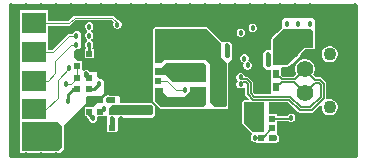
<source format=gbl>
G04*
G04 #@! TF.GenerationSoftware,Altium Limited,Altium Designer,23.8.1 (32)*
G04*
G04 Layer_Physical_Order=4*
G04 Layer_Color=16711680*
%FSLAX44Y44*%
%MOMM*%
G71*
G04*
G04 #@! TF.SameCoordinates,C9A30DB4-BB40-4B38-85DC-7C9B31114FAE*
G04*
G04*
G04 #@! TF.FilePolarity,Positive*
G04*
G01*
G75*
%ADD12C,0.1524*%
%ADD14C,0.1270*%
%ADD15C,0.2540*%
%ADD16R,2.0000X1.8000*%
%ADD17R,0.5000X0.5000*%
%ADD33C,1.4200*%
%ADD34R,1.4200X1.4200*%
%ADD35C,1.1000*%
%ADD36O,3.0000X1.5000*%
%ADD37C,0.4572*%
%ADD38C,0.1016*%
%ADD39C,0.3810*%
%ADD41C,0.4570*%
%ADD42R,1.1325X1.3770*%
%ADD43R,0.6000X0.8000*%
%ADD44R,0.5000X0.6000*%
%ADD45R,0.5000X0.5000*%
%ADD46C,0.4064*%
%ADD47C,0.5080*%
G36*
X295518Y4919D02*
X4948D01*
Y131378D01*
X295518D01*
Y4919D01*
D02*
G37*
%LPC*%
G36*
X36030Y127681D02*
X11966D01*
Y34920D01*
X11960D01*
Y8062D01*
X12780Y7242D01*
X14884D01*
X15058Y7170D01*
X44654D01*
X44654Y7170D01*
X44827Y7242D01*
X45838D01*
X49317Y10721D01*
Y11830D01*
X49319Y11836D01*
X49319Y11836D01*
Y29157D01*
X49319Y29157D01*
X49317Y29162D01*
Y30882D01*
X50007Y31557D01*
Y31557D01*
X50297Y31840D01*
X50297D01*
X68183Y49338D01*
Y54313D01*
X69029Y55159D01*
X81271D01*
X83484Y57372D01*
X83484Y67626D01*
X81157Y69953D01*
X79159D01*
X77223Y71889D01*
Y75145D01*
X74455D01*
X74453Y75143D01*
X71564D01*
X71298Y75785D01*
X70298Y76785D01*
X68992Y77327D01*
X67577D01*
X66271Y76785D01*
X66165Y76679D01*
X65683Y76666D01*
X64453Y77858D01*
Y85227D01*
X61297D01*
X58183Y88341D01*
Y93540D01*
X59664Y95021D01*
X60739D01*
X60800Y95047D01*
X62068Y95047D01*
X64095Y97073D01*
X64095Y108285D01*
X62506Y109874D01*
X58972D01*
X58723Y109625D01*
X58019Y109333D01*
X57019Y108333D01*
X56935Y108132D01*
X54116D01*
X53423Y107994D01*
X52835Y107601D01*
X39445Y94212D01*
X36030D01*
Y114836D01*
X53588D01*
X54282Y114974D01*
X54870Y115367D01*
X59254Y119751D01*
X89517D01*
X91651Y117616D01*
X91167Y116447D01*
Y115033D01*
X91708Y113726D01*
X92709Y112726D01*
X94015Y112185D01*
X95429D01*
X96736Y112726D01*
X97736Y113726D01*
X98277Y115033D01*
Y116447D01*
X97736Y117754D01*
X96736Y118754D01*
X95429Y119295D01*
X95100D01*
X91550Y122846D01*
X90962Y123239D01*
X90268Y123377D01*
X58503D01*
X57810Y123239D01*
X57221Y122846D01*
X52838Y118462D01*
X36030D01*
Y127681D01*
D02*
G37*
G36*
X210000Y116396D02*
X208585D01*
X207279Y115855D01*
X206279Y114855D01*
X205737Y113548D01*
Y112134D01*
X206279Y110827D01*
X207279Y109827D01*
X208585Y109286D01*
X210000D01*
X211306Y109827D01*
X212306Y110827D01*
X212847Y112134D01*
Y113548D01*
X212306Y114855D01*
X211306Y115855D01*
X210000Y116396D01*
D02*
G37*
G36*
X199839Y112332D02*
X198425D01*
X197119Y111791D01*
X196119Y110791D01*
X195577Y109484D01*
Y108070D01*
X196119Y106763D01*
X197119Y105763D01*
X198425Y105222D01*
X199839D01*
X201146Y105763D01*
X202146Y106763D01*
X202687Y108070D01*
Y109484D01*
X202146Y110791D01*
X201146Y111791D01*
X199839Y112332D01*
D02*
G37*
G36*
X71531Y117592D02*
X70116D01*
X68810Y117051D01*
X67810Y116051D01*
X67268Y114744D01*
Y113330D01*
X67810Y112023D01*
X68810Y111023D01*
X69190Y110865D01*
Y109491D01*
X68810Y109333D01*
X67810Y108333D01*
X67268Y107026D01*
Y105612D01*
X67810Y104305D01*
X68810Y103305D01*
X69221Y103135D01*
Y101760D01*
X68810Y101590D01*
X67810Y100590D01*
X67268Y99284D01*
Y97869D01*
X67810Y96563D01*
X68065Y96307D01*
Y94810D01*
X66913D01*
Y87270D01*
X74453D01*
Y94810D01*
X73511D01*
X73355Y96080D01*
X73837Y96563D01*
X74378Y97869D01*
Y99284D01*
X73837Y100590D01*
X72837Y101590D01*
X72426Y101760D01*
Y103135D01*
X72837Y103305D01*
X73837Y104305D01*
X74378Y105612D01*
Y107026D01*
X73837Y108333D01*
X72837Y109333D01*
X72456Y109491D01*
Y110865D01*
X72837Y111023D01*
X73837Y112023D01*
X74378Y113330D01*
Y114744D01*
X73837Y116051D01*
X72837Y117051D01*
X71531Y117592D01*
D02*
G37*
G36*
X275197Y97419D02*
X273415D01*
X271693Y96958D01*
X270149Y96066D01*
X268889Y94806D01*
X267997Y93262D01*
X267536Y91540D01*
Y89758D01*
X267997Y88036D01*
X268889Y86492D01*
X270149Y85232D01*
X271693Y84340D01*
X273415Y83879D01*
X275197D01*
X276919Y84340D01*
X278463Y85232D01*
X279723Y86492D01*
X280615Y88036D01*
X281076Y89758D01*
Y91540D01*
X280615Y93262D01*
X279723Y94806D01*
X278463Y96066D01*
X276919Y96958D01*
X275197Y97419D01*
D02*
G37*
G36*
X202902Y90447D02*
X201488D01*
X200181Y89906D01*
X199181Y88906D01*
X198640Y87599D01*
Y86185D01*
X199181Y84879D01*
X200181Y83878D01*
X201488Y83337D01*
X201369Y82116D01*
X201278Y81895D01*
Y80481D01*
X201819Y79174D01*
X202819Y78174D01*
X204126Y77633D01*
X205540D01*
X206847Y78174D01*
X207847Y79174D01*
X208388Y80481D01*
Y81895D01*
X207847Y83202D01*
X206847Y84202D01*
X205540Y84743D01*
X205658Y85964D01*
X205750Y86185D01*
Y87599D01*
X205209Y88906D01*
X204209Y89906D01*
X202902Y90447D01*
D02*
G37*
G36*
X259708Y121640D02*
X235643D01*
X233867Y119864D01*
Y112758D01*
X229520Y108411D01*
X229493Y108345D01*
X228493Y107345D01*
X228426Y107317D01*
X225368Y104258D01*
X225367Y104258D01*
X224965Y103286D01*
X224965Y103286D01*
Y95342D01*
X224268Y94361D01*
X220243D01*
X217546Y91664D01*
Y80303D01*
X220204Y77645D01*
X224307Y77645D01*
X225069Y76691D01*
Y68693D01*
X225069D01*
Y67865D01*
X225069D01*
Y57325D01*
X224103Y56592D01*
X211395D01*
X209377Y58610D01*
Y66260D01*
X209377Y66260D01*
X209229Y67003D01*
X208808Y67633D01*
X205661Y70780D01*
X205030Y71201D01*
X204287Y71349D01*
X202515D01*
Y71764D01*
X201973Y73071D01*
X200973Y74071D01*
X199667Y74612D01*
X198252D01*
X196946Y74071D01*
X195946Y73071D01*
X195405Y71764D01*
Y70350D01*
X195946Y69043D01*
X196852Y68137D01*
X195946Y67231D01*
X195405Y65924D01*
Y64510D01*
X195946Y63203D01*
X196946Y62203D01*
X198252Y61662D01*
X199667D01*
X200973Y62203D01*
X201682Y62912D01*
X202952Y62500D01*
Y56753D01*
X203100Y56010D01*
X203521Y55380D01*
X206273Y52628D01*
X205787Y51455D01*
X201963D01*
X200991Y51052D01*
X200588Y50080D01*
Y32108D01*
X200991Y31136D01*
X200991Y31136D01*
X207962Y24164D01*
X208471Y23953D01*
X208625Y23602D01*
X208758Y22642D01*
X208746Y22569D01*
X207977Y21800D01*
X207436Y20494D01*
Y19079D01*
X207977Y17773D01*
X208977Y16773D01*
X210284Y16231D01*
X211698D01*
X212069Y15983D01*
Y15284D01*
X219609D01*
X219724Y15690D01*
X221854D01*
X222069Y15601D01*
Y15284D01*
X229609D01*
Y16232D01*
X230353Y16540D01*
X231353Y17540D01*
X231894Y18847D01*
Y20261D01*
X231353Y21568D01*
X230353Y22568D01*
X229609Y22876D01*
Y34024D01*
X239550D01*
X239774Y33800D01*
X241080Y33259D01*
X242495D01*
X243801Y33800D01*
X244801Y34800D01*
X245343Y36107D01*
Y37521D01*
X244801Y38828D01*
X243801Y39828D01*
X242495Y40369D01*
X241080D01*
X239774Y39828D01*
X238774Y38828D01*
X238500Y38167D01*
X229609D01*
Y40366D01*
X223339D01*
Y48444D01*
X222789Y48994D01*
X223275Y50167D01*
X239154D01*
X247586Y41735D01*
X248216Y41314D01*
X248960Y41167D01*
X259199D01*
X259942Y41314D01*
X260572Y41735D01*
X266530Y47693D01*
X267669Y47036D01*
X267536Y46540D01*
Y44757D01*
X267997Y43036D01*
X268889Y41492D01*
X270149Y40231D01*
X271693Y39340D01*
X273415Y38879D01*
X275197D01*
X276919Y39340D01*
X278463Y40231D01*
X279723Y41492D01*
X280615Y43036D01*
X281076Y44757D01*
Y46540D01*
X280615Y48262D01*
X279723Y49806D01*
X278463Y51066D01*
X276919Y51958D01*
X275197Y52419D01*
X273415D01*
X272430Y52155D01*
X272295Y52225D01*
X271443Y53205D01*
X271494Y53461D01*
X271494Y53461D01*
Y65724D01*
X271346Y66468D01*
X270925Y67098D01*
X267515Y70508D01*
X266885Y70929D01*
X266141Y71077D01*
X263125D01*
X260439Y73763D01*
X261106Y74918D01*
X261676Y77047D01*
Y79251D01*
X261106Y81379D01*
X260004Y83288D01*
X258445Y84846D01*
X256537Y85948D01*
X254408Y86519D01*
X252204D01*
X250075Y85948D01*
X248167Y84846D01*
X246608Y83288D01*
X245506Y81379D01*
X244936Y79251D01*
Y77047D01*
X245506Y74918D01*
X246173Y73763D01*
X243902Y71491D01*
X234558D01*
X233609Y72440D01*
Y78687D01*
X233609Y79233D01*
X234580Y79957D01*
X238589D01*
X239561Y80360D01*
X239561Y80360D01*
X240936Y81735D01*
X240977Y81743D01*
X242237Y82585D01*
X248953Y89301D01*
X249795Y90561D01*
X249803Y90602D01*
X253876Y94674D01*
X260406D01*
X260659Y94779D01*
X261676D01*
Y95796D01*
X261781Y96049D01*
X261781Y110292D01*
X261781Y110296D01*
X261677Y111508D01*
X261779Y112710D01*
X261781Y112724D01*
X261781D01*
Y119568D01*
X259708Y121640D01*
D02*
G37*
G36*
X170207Y113454D02*
X170207Y113454D01*
X126280D01*
X125308Y113051D01*
X124905Y112079D01*
X124905Y85770D01*
X124905Y82817D01*
X124921Y82780D01*
X125010Y81547D01*
X125010Y80457D01*
X124921Y79224D01*
X124905Y79187D01*
Y72983D01*
X125113Y72481D01*
X125010Y72327D01*
X125010D01*
Y63787D01*
X125010Y63787D01*
X125010Y63197D01*
X124921Y61964D01*
X124905Y61927D01*
Y51168D01*
X125308Y50196D01*
X125308Y50196D01*
X130679Y44825D01*
X131651Y44422D01*
X131651Y44422D01*
X166832D01*
X166832Y44422D01*
X166832Y44422D01*
X187074D01*
X187074Y44422D01*
X187280Y44422D01*
X187280Y44422D01*
X188352Y45494D01*
X188352D01*
X188405Y46724D01*
X188457Y46849D01*
X188457Y46849D01*
X188457Y83357D01*
X188397Y83502D01*
X191527Y86632D01*
Y98878D01*
X189097Y101308D01*
X182922Y101308D01*
X171179Y113051D01*
Y113051D01*
X170207Y113454D01*
D02*
G37*
G36*
X87315Y55749D02*
X85900D01*
X85561Y55608D01*
X84994D01*
X82802Y53416D01*
Y49338D01*
X77802D01*
X74072Y45608D01*
X66913D01*
Y38068D01*
X68658D01*
X68852Y37778D01*
X70499Y36131D01*
Y35531D01*
X71040Y34225D01*
X72040Y33225D01*
X73347Y32683D01*
X74761D01*
X76068Y33225D01*
X77068Y34225D01*
X77609Y35531D01*
Y36946D01*
X77582Y37012D01*
X78287Y38068D01*
X84072D01*
X84072Y38068D01*
X84072Y38068D01*
X86152D01*
Y24743D01*
X93692D01*
X95109Y26160D01*
Y36482D01*
X123776D01*
X126367Y39073D01*
Y46850D01*
X123917Y49301D01*
X121777D01*
X121739Y49338D01*
X97041D01*
Y54338D01*
X95771Y55608D01*
X87654D01*
X87315Y55749D01*
D02*
G37*
%LPD*%
G36*
X44104Y32997D02*
X47944Y29157D01*
Y11836D01*
X44654Y8545D01*
X15058D01*
X14154Y9430D01*
Y32974D01*
X36030D01*
Y32997D01*
X44104Y32997D01*
D02*
G37*
G36*
X260406Y110297D02*
X260406Y96049D01*
X253306D01*
X238589Y81332D01*
X226339D01*
Y103286D01*
X229398Y106345D01*
X229464Y106372D01*
X230465Y107373D01*
X230492Y107438D01*
X235273Y112219D01*
X258484D01*
X260406Y110297D01*
D02*
G37*
G36*
X218472Y25136D02*
X208934D01*
X201963Y32108D01*
Y50080D01*
X218472D01*
X218472Y25136D01*
D02*
G37*
G36*
X169666Y81649D02*
X169665Y68296D01*
X168421Y67052D01*
X141860D01*
X135929Y72983D01*
X126280Y72983D01*
Y79187D01*
X131280D01*
X135439Y83346D01*
X167968D01*
X169666Y81649D01*
D02*
G37*
G36*
X169415Y48380D02*
X166832Y45797D01*
X131651D01*
X126280Y51168D01*
Y61927D01*
X133693D01*
Y57708D01*
X137117Y54284D01*
X151445D01*
X156431Y59270D01*
Y62837D01*
X169415D01*
Y48380D01*
D02*
G37*
G36*
X182704Y99582D02*
Y87722D01*
X182756Y87670D01*
Y87658D01*
X187057Y83357D01*
X187082D01*
X187082Y46849D01*
X186050Y45817D01*
X176713D01*
X172684Y49846D01*
X172684Y82010D01*
X172685Y82010D01*
X172685Y82563D01*
X172178Y83070D01*
X169478Y85770D01*
X134233Y85770D01*
X131280Y82817D01*
X126280D01*
X126280Y85770D01*
X126280Y112079D01*
X170207D01*
X182704Y99582D01*
D02*
G37*
G36*
X124830Y46247D02*
Y40434D01*
X123734Y39338D01*
X87422D01*
Y44581D01*
X90320Y47479D01*
X123598D01*
X124830Y46247D01*
D02*
G37*
D12*
X241069Y36095D02*
X241787Y36814D01*
X225839Y36095D02*
X241069D01*
D14*
X209538Y52110D02*
X239959D01*
X204894Y56753D02*
X209538Y52110D01*
X210590Y54650D02*
X241011D01*
X204894Y56753D02*
Y65208D01*
X207434Y57806D02*
Y66260D01*
X204287Y69407D02*
X207434Y66260D01*
X203235Y66867D02*
X204894Y65208D01*
X201353Y69407D02*
X204287D01*
X201353Y66867D02*
X203235D01*
X207434Y57806D02*
X210590Y54650D01*
X253306Y58149D02*
X261752Y66595D01*
X244446Y67009D02*
X253306Y58149D01*
X265089Y66595D02*
X267012Y64672D01*
X261752Y66595D02*
X265089D01*
X233754Y67009D02*
X244446D01*
X229339Y62595D02*
X233754Y67009D01*
X267012Y54513D02*
Y64672D01*
X258147Y45649D02*
X267012Y54513D01*
X250012Y45649D02*
X258147D01*
X241011Y54650D02*
X250012Y45649D01*
X198960Y71057D02*
X199704D01*
X201353Y69407D01*
X253306Y78149D02*
X262320Y69135D01*
X266141D02*
X269552Y65724D01*
X262320Y69135D02*
X266141D01*
X244706Y69549D02*
X253306Y78149D01*
X233754Y69549D02*
X244706D01*
X229339Y73963D02*
X233754Y69549D01*
X269552Y53461D02*
X269552Y53461D01*
X269552Y53461D02*
Y65724D01*
X259199Y43109D02*
X269552Y53461D01*
X248960Y43109D02*
X259199D01*
X239959Y52110D02*
X248960Y43109D01*
X199704Y65217D02*
X201353Y66867D01*
X198960Y65217D02*
X199704D01*
X215839Y19554D02*
X217569D01*
X225839Y27825D01*
X210991Y19786D02*
X211223Y19554D01*
X215839D01*
D15*
X225839D02*
X228339D01*
X118780Y41838D02*
X121407Y44465D01*
X89566Y52194D02*
X89922Y51838D01*
X86608Y52194D02*
X89566D01*
X72472Y37821D02*
X72472D01*
X70683Y39610D02*
Y41838D01*
Y39610D02*
X72472Y37821D01*
X72472D02*
X74054Y36239D01*
X218427Y73963D02*
X218855Y73535D01*
X70655Y91292D02*
Y98111D01*
X89922Y41838D02*
X92549Y44465D01*
X80302Y41838D02*
X82091Y43627D01*
Y43627D01*
X82675D01*
X74628Y60790D02*
X79419Y65581D01*
X70683Y60790D02*
X74628D01*
X52872Y50671D02*
Y56434D01*
X57228Y60790D01*
X60683D01*
D16*
X23998Y116649D02*
D03*
Y92399D02*
D03*
Y68149D02*
D03*
Y43899D02*
D03*
Y19649D02*
D03*
D17*
X89922Y51838D02*
D03*
Y41838D02*
D03*
X118780Y51838D02*
D03*
Y41838D02*
D03*
X109160D02*
D03*
Y51838D02*
D03*
X99541Y41838D02*
D03*
Y51838D02*
D03*
X80302Y41838D02*
D03*
Y51838D02*
D03*
X70683Y41838D02*
D03*
Y51838D02*
D03*
D33*
X253306Y33149D02*
D03*
Y58149D02*
D03*
Y78149D02*
D03*
D34*
Y103149D02*
D03*
D35*
X274306Y45649D02*
D03*
Y90649D02*
D03*
D36*
Y11149D02*
D03*
Y125149D02*
D03*
D37*
X257580Y131378D02*
X295474D01*
X257580Y4919D02*
X295474D01*
X295518Y42857D02*
Y55503D01*
X118632Y4919D02*
X131264D01*
X80738D02*
X93369D01*
X295518Y93441D02*
Y106087D01*
X30212Y4919D02*
X42843D01*
X106001Y131378D02*
X118632D01*
X42843D02*
X55475D01*
X244948Y4919D02*
X257580D01*
X181790D02*
X194422D01*
X295518D02*
Y17565D01*
Y68149D02*
Y80795D01*
X169159Y131378D02*
X181790D01*
X4948Y55503D02*
Y68149D01*
Y80795D02*
Y93441D01*
X118632Y131378D02*
X131264D01*
X4948Y118732D02*
Y131378D01*
X93369D02*
X106001D01*
X30212D02*
X42843D01*
X232317Y4919D02*
X244948D01*
X106001D02*
X118632D01*
X295518Y118732D02*
Y131378D01*
X181790D02*
X194422D01*
X131264D02*
X143896D01*
X80738D02*
X93369D01*
X219685Y4919D02*
X232317D01*
X169159D02*
X181790D01*
X295518Y30211D02*
Y42857D01*
X17580Y131378D02*
X30212D01*
X68106D02*
X80738D01*
X156527Y4919D02*
X169159D01*
X93369D02*
X106001D01*
X295518Y80795D02*
Y93441D01*
X4948Y4919D02*
Y17565D01*
X194422Y131378D02*
X207054D01*
X4948Y30211D02*
Y42857D01*
X143896Y131378D02*
X156527D01*
X4948D02*
X17580D01*
X295518Y55503D02*
Y68149D01*
X68106Y4919D02*
X80738D01*
X295518Y106087D02*
Y118732D01*
X55475Y4919D02*
X68106D01*
X17580D02*
X30212D01*
X232317Y131378D02*
X244948D01*
X207054D02*
X219685D01*
X4948Y42857D02*
Y55503D01*
X156527Y131378D02*
X169159D01*
X4948Y93441D02*
Y106087D01*
X207054Y4919D02*
X219685D01*
X295518Y17565D02*
Y30211D01*
X143896Y4919D02*
X156527D01*
X42843D02*
X55475D01*
X244948Y131378D02*
X257580D01*
X4948Y4919D02*
X17580D01*
X219685Y131378D02*
X232317D01*
X4948Y17565D02*
Y30211D01*
Y68149D02*
Y80795D01*
X194422Y4919D02*
X207054D01*
X131264D02*
X143896D01*
X4948Y106087D02*
Y118732D01*
X55475Y131378D02*
X68106D01*
D38*
X23998Y68149D02*
X35518D01*
X41985Y74616D02*
Y84930D01*
X35518Y68149D02*
X41985Y74616D01*
Y84930D02*
X55631Y98576D01*
X60032D01*
X44106Y69179D02*
X53707Y78780D01*
X44106Y53818D02*
Y69179D01*
X54116Y106319D02*
X59826D01*
X60032Y106113D01*
X34193Y43906D02*
X44106Y53818D01*
X58503Y121564D02*
X90268D01*
X23998Y116649D02*
X53588D01*
X58503Y121564D01*
X90268D02*
X94976Y116855D01*
Y115994D02*
Y116855D01*
X23998Y92399D02*
X40196D01*
X54116Y106319D01*
X89922Y28512D02*
X90103Y28694D01*
X55353Y65543D02*
X60683Y70873D01*
X51455Y65543D02*
X55353D01*
X60683Y70873D02*
Y80957D01*
X144172Y60716D02*
X152043D01*
X136831Y68057D02*
X144172Y60716D01*
X130253Y68057D02*
X136831D01*
X24005Y43906D02*
X34193D01*
X23998Y43899D02*
X24005Y43906D01*
D39*
X68285Y73272D02*
Y73772D01*
Y73272D02*
X70683Y70873D01*
X90103Y28694D02*
Y35775D01*
D41*
X228339Y19554D02*
D03*
X118780Y65057D02*
D03*
X119110Y80648D02*
D03*
X218855Y63221D02*
D03*
X198960Y65217D02*
D03*
Y71057D02*
D03*
X53707Y78780D02*
D03*
X70823Y106319D02*
D03*
X60032Y98576D02*
D03*
X94722Y115740D02*
D03*
X60032Y106319D02*
D03*
X227451Y109386D02*
D03*
X218720Y109202D02*
D03*
X4948Y30211D02*
D03*
X88183Y114037D02*
D03*
Y106319D02*
D03*
Y98602D02*
D03*
X64113Y89862D02*
D03*
X70823Y98576D02*
D03*
X221863Y89590D02*
D03*
Y82449D02*
D03*
X202195Y86892D02*
D03*
X38735Y13208D02*
D03*
X38481Y25711D02*
D03*
X213460Y47029D02*
D03*
X206879D02*
D03*
X210991Y19786D02*
D03*
X232339Y43148D02*
D03*
X241787Y36814D02*
D03*
X187104Y89783D02*
D03*
X68285Y73772D02*
D03*
X81598Y73721D02*
D03*
X187073Y97227D02*
D03*
X211296Y99579D02*
D03*
X111192Y59601D02*
D03*
X104326Y52194D02*
D03*
X112244Y73241D02*
D03*
X105378Y65834D02*
D03*
X192796Y47148D02*
D03*
X179895Y21588D02*
D03*
X171287D02*
D03*
X97322Y35722D02*
D03*
X74054Y36239D02*
D03*
X134031Y34243D02*
D03*
X98513Y58427D02*
D03*
X218855Y73535D02*
D03*
X60516Y36443D02*
D03*
X128651Y39629D02*
D03*
X90103Y35775D02*
D03*
X238132Y115824D02*
D03*
X247856D02*
D03*
X149605Y108181D02*
D03*
X140773D02*
D03*
X121585Y44465D02*
D03*
X111965D02*
D03*
X92726D02*
D03*
X102346D02*
D03*
X83107D02*
D03*
X52872Y50671D02*
D03*
X51455Y65543D02*
D03*
X79419Y65701D02*
D03*
X86608Y52194D02*
D03*
X153736Y50590D02*
D03*
X131651Y50662D02*
D03*
X152043Y60716D02*
D03*
X135029Y75649D02*
D03*
X204833Y81188D02*
D03*
X246206Y92079D02*
D03*
X257580Y115824D02*
D03*
X70823Y114037D02*
D03*
X199132Y108777D02*
D03*
X209292Y112841D02*
D03*
X224000Y123677D02*
D03*
X211355D02*
D03*
X198709D02*
D03*
X186063D02*
D03*
X135479D02*
D03*
X148125D02*
D03*
X173417D02*
D03*
X161478D02*
D03*
Y116414D02*
D03*
X271631Y30211D02*
D03*
X284277D02*
D03*
Y42857D02*
D03*
Y106087D02*
D03*
Y93441D02*
D03*
Y55503D02*
D03*
Y68149D02*
D03*
Y80795D02*
D03*
X140773Y100516D02*
D03*
X149605D02*
D03*
X244948Y131378D02*
D03*
X232317D02*
D03*
X219685D02*
D03*
X207054D02*
D03*
X194422D02*
D03*
X181790D02*
D03*
X169159D02*
D03*
X156527D02*
D03*
X143896D02*
D03*
X131264D02*
D03*
X118632D02*
D03*
X106001D02*
D03*
X93369D02*
D03*
X80738D02*
D03*
X68106D02*
D03*
X55475D02*
D03*
X42843D02*
D03*
X30212D02*
D03*
X17580D02*
D03*
X4948D02*
D03*
Y4919D02*
D03*
Y17565D02*
D03*
Y55503D02*
D03*
Y42857D02*
D03*
Y80795D02*
D03*
Y68149D02*
D03*
Y118732D02*
D03*
Y93441D02*
D03*
Y106087D02*
D03*
X17580Y4919D02*
D03*
X30212D02*
D03*
X42843D02*
D03*
X55475D02*
D03*
X68106D02*
D03*
X80738D02*
D03*
X93369D02*
D03*
X106001D02*
D03*
X118632D02*
D03*
X131264D02*
D03*
X143896D02*
D03*
X156527D02*
D03*
X169159D02*
D03*
X181790D02*
D03*
X194422D02*
D03*
X207054D02*
D03*
X219685D02*
D03*
X232317D02*
D03*
X244948D02*
D03*
X257580D02*
D03*
X295518D02*
D03*
Y17565D02*
D03*
Y30211D02*
D03*
Y42857D02*
D03*
Y55503D02*
D03*
Y68149D02*
D03*
Y80795D02*
D03*
Y93441D02*
D03*
Y106087D02*
D03*
Y118732D02*
D03*
X257580Y131378D02*
D03*
X295518D02*
D03*
D42*
X162094Y55681D02*
D03*
X181419D02*
D03*
Y74937D02*
D03*
X162094D02*
D03*
D43*
X213363Y86019D02*
D03*
X230363D02*
D03*
X212339Y62595D02*
D03*
X229339D02*
D03*
Y73963D02*
D03*
X212339D02*
D03*
D44*
X215839Y19554D02*
D03*
X225839D02*
D03*
X118780Y68057D02*
D03*
X128780D02*
D03*
X60683Y80957D02*
D03*
X70683D02*
D03*
Y70873D02*
D03*
X60683D02*
D03*
Y60790D02*
D03*
X70683D02*
D03*
X215839Y36095D02*
D03*
X225839D02*
D03*
X215839Y27825D02*
D03*
X225839D02*
D03*
D45*
X128780Y59427D02*
D03*
X118780D02*
D03*
Y85317D02*
D03*
X128780D02*
D03*
X118780Y76687D02*
D03*
X128780D02*
D03*
X89922Y28512D02*
D03*
X79922D02*
D03*
X60683Y91040D02*
D03*
X70683D02*
D03*
X225839Y43866D02*
D03*
X215839D02*
D03*
D46*
X187135Y89783D02*
Y97165D01*
X221863Y82449D02*
Y89590D01*
X187073Y97227D02*
X187135Y97165D01*
D47*
X229339Y85332D02*
X239490D01*
X246206Y92048D01*
M02*

</source>
